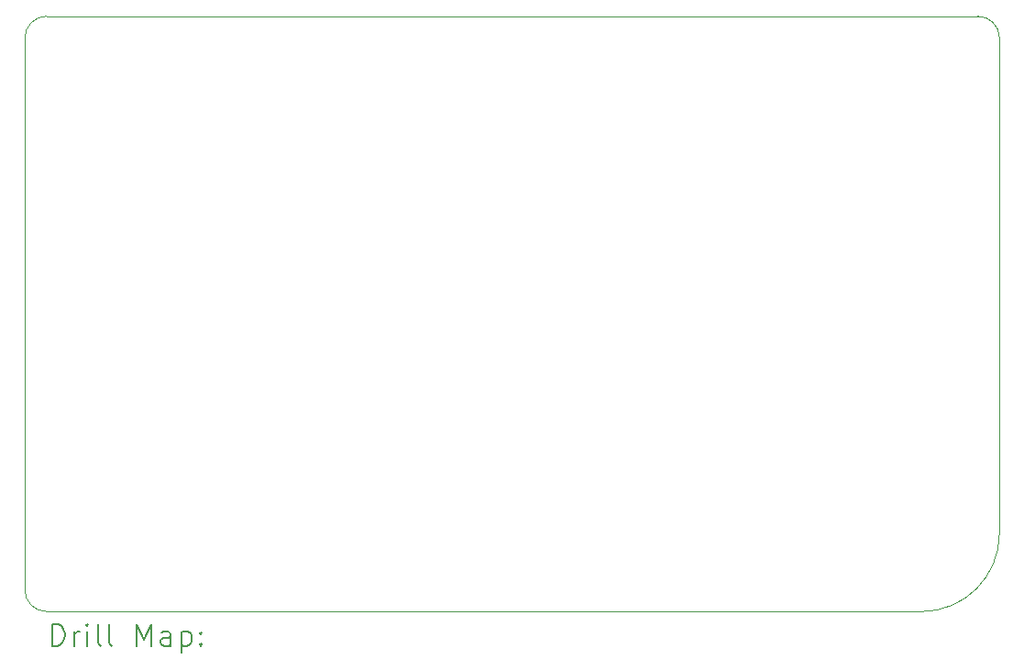
<source format=gbr>
%FSLAX45Y45*%
G04 Gerber Fmt 4.5, Leading zero omitted, Abs format (unit mm)*
G04 Created by KiCad (PCBNEW (6.0.0)) date 2022-07-14 20:59:10*
%MOMM*%
%LPD*%
G01*
G04 APERTURE LIST*
%TA.AperFunction,Profile*%
%ADD10C,0.100000*%
%TD*%
%ADD11C,0.200000*%
G04 APERTURE END LIST*
D10*
X24500000Y-12450000D02*
X24500000Y-17028600D01*
X15700000Y-12250000D02*
X24300000Y-12250000D01*
X24500000Y-12450000D02*
G75*
G03*
X24300000Y-12250000I-200000J0D01*
G01*
X15700000Y-12250000D02*
G75*
G03*
X15500000Y-12450000I0J-200000D01*
G01*
X15500000Y-12450000D02*
X15500000Y-17550000D01*
X23778600Y-17750000D02*
G75*
G03*
X24500000Y-17028600I0J721400D01*
G01*
X15700000Y-17750000D02*
X23778600Y-17750000D01*
X15500000Y-17550000D02*
G75*
G03*
X15700000Y-17750000I200000J0D01*
G01*
D11*
X15752619Y-18065476D02*
X15752619Y-17865476D01*
X15800238Y-17865476D01*
X15828809Y-17875000D01*
X15847857Y-17894048D01*
X15857381Y-17913095D01*
X15866905Y-17951190D01*
X15866905Y-17979762D01*
X15857381Y-18017857D01*
X15847857Y-18036905D01*
X15828809Y-18055952D01*
X15800238Y-18065476D01*
X15752619Y-18065476D01*
X15952619Y-18065476D02*
X15952619Y-17932143D01*
X15952619Y-17970238D02*
X15962143Y-17951190D01*
X15971667Y-17941667D01*
X15990714Y-17932143D01*
X16009762Y-17932143D01*
X16076428Y-18065476D02*
X16076428Y-17932143D01*
X16076428Y-17865476D02*
X16066905Y-17875000D01*
X16076428Y-17884524D01*
X16085952Y-17875000D01*
X16076428Y-17865476D01*
X16076428Y-17884524D01*
X16200238Y-18065476D02*
X16181190Y-18055952D01*
X16171667Y-18036905D01*
X16171667Y-17865476D01*
X16305000Y-18065476D02*
X16285952Y-18055952D01*
X16276428Y-18036905D01*
X16276428Y-17865476D01*
X16533571Y-18065476D02*
X16533571Y-17865476D01*
X16600238Y-18008333D01*
X16666905Y-17865476D01*
X16666905Y-18065476D01*
X16847857Y-18065476D02*
X16847857Y-17960714D01*
X16838333Y-17941667D01*
X16819286Y-17932143D01*
X16781190Y-17932143D01*
X16762143Y-17941667D01*
X16847857Y-18055952D02*
X16828810Y-18065476D01*
X16781190Y-18065476D01*
X16762143Y-18055952D01*
X16752619Y-18036905D01*
X16752619Y-18017857D01*
X16762143Y-17998810D01*
X16781190Y-17989286D01*
X16828810Y-17989286D01*
X16847857Y-17979762D01*
X16943095Y-17932143D02*
X16943095Y-18132143D01*
X16943095Y-17941667D02*
X16962143Y-17932143D01*
X17000238Y-17932143D01*
X17019286Y-17941667D01*
X17028810Y-17951190D01*
X17038333Y-17970238D01*
X17038333Y-18027381D01*
X17028810Y-18046429D01*
X17019286Y-18055952D01*
X17000238Y-18065476D01*
X16962143Y-18065476D01*
X16943095Y-18055952D01*
X17124048Y-18046429D02*
X17133571Y-18055952D01*
X17124048Y-18065476D01*
X17114524Y-18055952D01*
X17124048Y-18046429D01*
X17124048Y-18065476D01*
X17124048Y-17941667D02*
X17133571Y-17951190D01*
X17124048Y-17960714D01*
X17114524Y-17951190D01*
X17124048Y-17941667D01*
X17124048Y-17960714D01*
M02*

</source>
